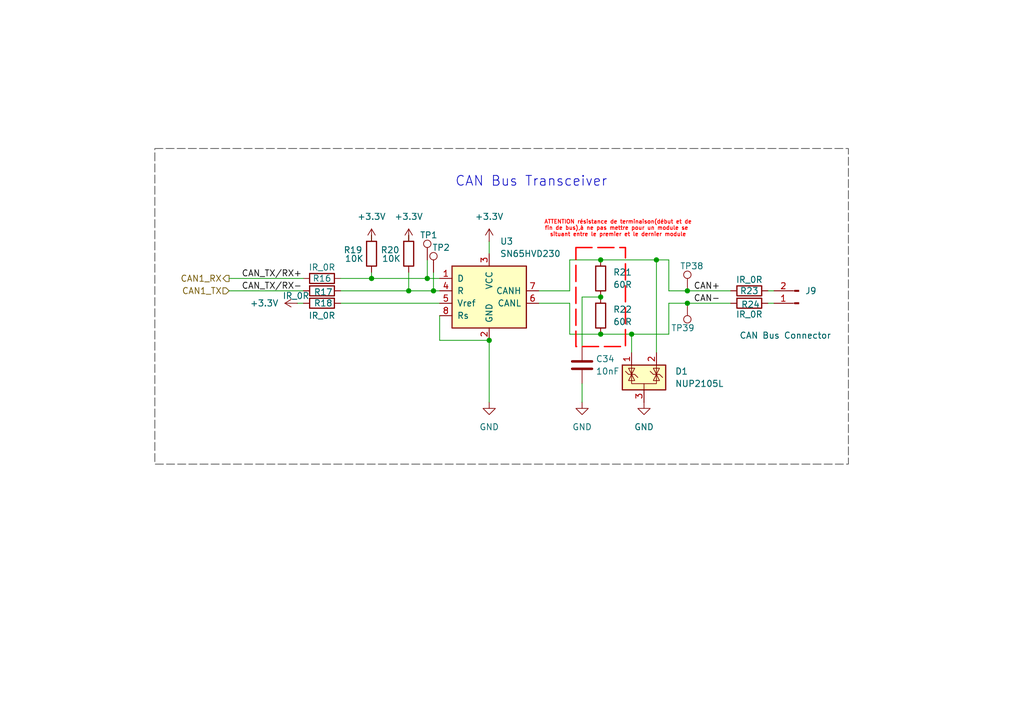
<source format=kicad_sch>
(kicad_sch (version 20231120) (generator "eeschema") (generator_version "8.0")
  (paper "A5")
  (title_block (date "2025-03-14"))
  (lib_symbols
    (symbol "PnP_Mother_Board:+3.3V" (power) (pin_numbers hide) (pin_names (offset 0) hide)
      (property "Value" "+3.3V" (at 0 3.556 0))
      (symbol "+3.3V_0_1"
        (polyline (pts (xy -0.762 1.27) (xy 0 2.54)))
        (polyline (pts (xy 0 0) (xy 0 2.54)))
        (polyline (pts (xy 0 2.54) (xy 0.762 1.27)))
      )
      (symbol "+3.3V_1_1"
        (pin power_in line (at 0 0 90) (length 0) (name "~") (number "1"))
      )
    )
    (symbol "PnP_Mother_Board:C" (pin_numbers hide) (pin_names (offset 0.254))
      (property "Reference" "C" (at 0.635 2.54 0))
      (property "Value" "C" (at 0.635 -2.54 0))
      (symbol "C_0_1"
        (polyline (pts (xy -2.032 -0.762) (xy 2.032 -0.762)) (stroke (width 0.508)))
        (polyline (pts (xy -2.032 0.762) (xy 2.032 0.762)) (stroke (width 0.508)))
      )
      (symbol "C_1_1"
        (pin passive line (at 0 3.81 270) (length 2.794) (name "~") (number "1"))
        (pin passive line (at 0 -3.81 90) (length 2.794) (name "~") (number "2"))
      )
    )
    (symbol "PnP_Mother_Board:Conn_01x02_Pin" (pin_names (offset 1.016) hide)
      (property "Reference" "J" (at 0 2.54 0))
      (property "Value" "Conn_01x02_Pin" (at 0 -5.08 0))
      (symbol "Conn_01x02_Pin_1_1"
        (polyline (pts (xy 1.27 -2.54) (xy 0.8636 -2.54)) (stroke (width 0.1524)))
        (polyline (pts (xy 1.27 0) (xy 0.8636 0)) (stroke (width 0.1524)))
        (rectangle (start 0.8636 -2.413) (end 0 -2.667) (stroke (width 0.1524)) (fill (type outline)))
        (rectangle (start 0.8636 0.127) (end 0 -0.127) (stroke (width 0.1524)) (fill (type outline)))
        (pin passive line (at 5.08 0 180) (length 3.81) (name "Pin_1") (number "1"))
        (pin passive line (at 5.08 -2.54 180) (length 3.81) (name "Pin_2") (number "2"))
      )
    )
    (symbol "PnP_Mother_Board:GND" (power) (pin_numbers hide) (pin_names (offset 0) hide)
      (property "Value" "GND" (at 0 -3.81 0))
      (symbol "GND_0_1"
        (polyline (pts (xy 0 0) (xy 0 -1.27) (xy 1.27 -1.27) (xy 0 -2.54) (xy -1.27 -1.27) (xy 0 -1.27)))
      )
      (symbol "GND_1_1"
        (pin power_in line (at 0 0 270) (length 0) (name "~") (number "1"))
      )
    )
    (symbol "PnP_Mother_Board:NUP2105L" (pin_names hide)
      (property "Reference" "D" (at 5.715 2.54 0))
      (property "Value" "NUP2105L" (at 5.715 0.635 0))
      (symbol "NUP2105L_0_0"
        (pin passive line (at 0 -5.08 90) (length 2.54) (name "A") (number "3"))
      )
      (symbol "NUP2105L_0_1"
        (rectangle (start -4.445 2.54) (end 4.445 -2.54) (stroke (width 0.254)) (fill (type background)))
        (polyline (pts (xy -2.54 2.54) (xy -2.54 0.635)))
        (polyline (pts (xy 0 -1.27) (xy 0 -2.54)))
        (polyline (pts (xy 2.54 2.54) (xy 2.54 0.635)))
        (polyline (pts (xy -3.81 1.27) (xy -3.175 0.635) (xy -1.905 0.635) (xy -1.27 0)))
        (polyline (pts (xy -2.54 0.635) (xy -2.54 -1.27) (xy 2.54 -1.27) (xy 2.54 0.635)))
        (polyline (pts (xy -2.54 0.635) (xy -1.905 -0.635) (xy -3.175 -0.635) (xy -2.54 0.635)))
        (polyline (pts (xy 2.54 0.635) (xy 1.905 -0.635) (xy 3.175 -0.635) (xy 2.54 0.635)))
        (polyline (pts (xy 2.54 0.635) (xy 3.175 1.905) (xy 1.905 1.905) (xy 2.54 0.635)))
        (polyline (pts (xy -2.54 0.635) (xy -3.175 1.905) (xy -1.905 1.905) (xy -2.54 0.635) (xy -2.54 1.27)))
        (polyline (pts (xy 1.27 1.27) (xy 1.905 0.635) (xy 2.54 0.635) (xy 3.175 0.635) (xy 3.81 0)))
      )
      (symbol "NUP2105L_1_1"
        (pin passive line (at -2.54 5.08 270) (length 2.54) (name "K") (number "1"))
        (pin passive line (at 2.54 5.08 270) (length 2.54) (name "K") (number "2"))
      )
    )
    (symbol "PnP_Mother_Board:R" (pin_numbers hide) (pin_names (offset 0))
      (property "Reference" "R" (at 2.032 0 90))
      (property "Value" "R" (at 0 0 90))
      (symbol "R_0_1"
        (rectangle (start -1.016 -2.54) (end 1.016 2.54) (stroke (width 0.254)))
      )
      (symbol "R_1_1"
        (pin passive line (at 0 3.81 270) (length 1.27) (name "~") (number "1"))
        (pin passive line (at 0 -3.81 90) (length 1.27) (name "~") (number "2"))
      )
    )
    (symbol "PnP_Mother_Board:SN65HVD230" (pin_names (offset 1.016))
      (property "Reference" "U" (at -2.54 10.16 0))
      (property "Value" "SN65HVD230" (at -2.54 7.62 0))
      (symbol "SN65HVD230_0_1"
        (rectangle (start -7.62 5.08) (end 7.62 -7.62) (stroke (width 0.254)) (fill (type background)))
      )
      (symbol "SN65HVD230_1_1"
        (pin input line (at -10.16 2.54 0) (length 2.54) (name "D") (number "1"))
        (pin power_in line (at 0 -10.16 90) (length 2.54) (name "GND") (number "2"))
        (pin power_in line (at 0 7.62 270) (length 2.54) (name "VCC") (number "3"))
        (pin output line (at -10.16 0 0) (length 2.54) (name "R") (number "4"))
        (pin output line (at -10.16 -2.54 0) (length 2.54) (name "Vref") (number "5"))
        (pin bidirectional line (at 10.16 -2.54 180) (length 2.54) (name "CANL") (number "6"))
        (pin bidirectional line (at 10.16 0 180) (length 2.54) (name "CANH") (number "7"))
        (pin input line (at -10.16 -5.08 0) (length 2.54) (name "Rs") (number "8"))
      )
    )
    (symbol "PnP_Mother_Board:TestPoint" (pin_numbers hide) (pin_names (offset 0.762) hide)
      (property "Reference" "TP" (at 0 6.858 0))
      (property "Value" "TestPoint" (at 0 5.08 0))
      (symbol "TestPoint_0_1"
        (circle (center 0 3.302) (radius 0.762))
      )
      (symbol "TestPoint_1_1"
        (pin passive line (at 0 0 90) (length 2.54) (name "1") (number "1"))
      )
    )
  )
  (junction (at 140.97 59.69))
  (junction (at 87.63 57.15))
  (junction (at 123.19 68.58))
  (junction (at 129.54 68.58))
  (junction (at 83.82 59.69))
  (junction (at 123.19 53.34))
  (junction (at 140.97 62.23))
  (junction (at 88.9 59.69))
  (junction (at 100.33 69.85))
  (junction (at 123.19 60.96))
  (junction (at 134.62 53.34))
  (junction (at 76.2 57.15))
  (wire (pts (xy 90.17 64.77) (xy 90.17 69.85)))
  (wire (pts (xy 134.62 53.34) (xy 134.62 72.39)))
  (wire (pts (xy 129.54 68.58) (xy 123.19 68.58)))
  (wire (pts (xy 69.85 57.15) (xy 76.2 57.15)))
  (wire (pts (xy 137.16 59.69) (xy 137.16 53.34)))
  (wire (pts (xy 83.82 48.26) (xy 83.82 49.53)))
  (wire (pts (xy 87.63 53.34) (xy 87.63 57.15)))
  (wire (pts (xy 116.84 53.34) (xy 123.19 53.34)))
  (wire (pts (xy 100.33 49.53) (xy 100.33 52.07)))
  (wire (pts (xy 157.48 59.69) (xy 158.75 59.69)))
  (wire (pts (xy 69.85 59.69) (xy 83.82 59.69)))
  (wire (pts (xy 83.82 59.69) (xy 88.9 59.69)))
  (wire (pts (xy 90.17 69.85) (xy 100.33 69.85)))
  (wire (pts (xy 88.9 59.69) (xy 90.17 59.69)))
  (wire (pts (xy 137.16 59.69) (xy 140.97 59.69)))
  (wire (pts (xy 137.16 62.23) (xy 140.97 62.23)))
  (wire (pts (xy 129.54 68.58) (xy 137.16 68.58)))
  (wire (pts (xy 116.84 68.58) (xy 123.19 68.58)))
  (wire (pts (xy 83.82 55.88) (xy 83.82 59.69)))
  (wire (pts (xy 123.19 53.34) (xy 134.62 53.34)))
  (wire (pts (xy 119.38 82.55) (xy 119.38 78.74)))
  (wire (pts (xy 129.54 68.58) (xy 129.54 72.39)))
  (wire (pts (xy 110.49 62.23) (xy 116.84 62.23)))
  (wire (pts (xy 69.85 62.23) (xy 90.17 62.23)))
  (wire (pts (xy 76.2 57.15) (xy 87.63 57.15)))
  (wire (pts (xy 100.33 82.55) (xy 100.33 69.85)))
  (wire (pts (xy 137.16 62.23) (xy 137.16 68.58)))
  (wire (pts (xy 157.48 62.23) (xy 158.75 62.23)))
  (wire (pts (xy 46.99 59.69) (xy 62.23 59.69)))
  (wire (pts (xy 76.2 48.26) (xy 76.2 49.53)))
  (wire (pts (xy 116.84 59.69) (xy 116.84 53.34)))
  (wire (pts (xy 140.97 59.69) (xy 149.86 59.69)))
  (wire (pts (xy 140.97 62.23) (xy 149.86 62.23)))
  (wire (pts (xy 87.63 57.15) (xy 90.17 57.15)))
  (wire (pts (xy 134.62 53.34) (xy 137.16 53.34)))
  (wire (pts (xy 119.38 71.12) (xy 119.38 60.96)))
  (wire (pts (xy 46.99 57.15) (xy 62.23 57.15)))
  (wire (pts (xy 60.96 62.23) (xy 62.23 62.23)))
  (wire (pts (xy 119.38 60.96) (xy 123.19 60.96)))
  (wire (pts (xy 88.9 55.88) (xy 88.9 59.69)))
  (wire (pts (xy 76.2 55.88) (xy 76.2 57.15)))
  (wire (pts (xy 116.84 62.23) (xy 116.84 68.58)))
  (wire (pts (xy 110.49 59.69) (xy 116.84 59.69)))
  (rectangle (start 118.11 50.8) (end 128.27 71.12) (stroke (width 0.3) (type dash) (color 255 0 0 1)))
  (rectangle (start 31.75 30.48) (end 173.99 95.25) (stroke (width 0) (type dash) (color 72 72 72 1)))
  (text "ATTENTION résistance de terminaison(début et de\nfin de bus),à ne pas mettre pour un module se \nsituant entre le premier et le dernier module" (at 126.746 46.99 0) (effects (font (size 0.8 0.8))))
  (text "CAN Bus Transceiver" (at 108.966 37.338 0) (effects (font (size 2 2))))
  (label "CAN_TX{slash}RX+" (at 49.53 57.15 0))
  (label "CAN+" (at 142.24 59.69 0))
  (label "CAN-" (at 142.24 62.23 0))
  (label "CAN_TX{slash}RX-" (at 49.53 59.69 0))
  (hierarchical_label "CAN1_RX" (shape output) (at 46.99 57.15 180))
  (hierarchical_label "CAN1_TX" (shape input) (at 46.99 59.69 180))
  (symbol (lib_id "PnP_Mother_Board:GND") (at 119.38 82.55 0) (unit 1)
    (property "Reference" "#PWR049" (effects (hide yes)))
    (property "Value" "GND" (at 119.38 87.63 0))
    (property "Description" "Power symbol creates a global label with name \"GND\" , ground" (effects (hide yes)))
  )
  (symbol (lib_id "PnP_Mother_Board:+3.3V") (at 60.96 62.23 90) (unit 1)
    (property "Reference" "#PWR044" (effects (hide yes)))
    (property "Value" "+3.3V" (at 57.15 62.2299 90) (effects (justify left)))
    (property "Description" "Power symbol creates a global label with name \"+3.3V\"" (effects (hide yes)))
  )
  (symbol (lib_id "PnP_Mother_Board:R") (at 66.04 62.23 90) (unit 1)
    (property "Reference" "R18" (at 66.294 62.23 90))
    (property "Value" "IR_0R" (at 66.04 64.77 90))
    (property "Footprint" "Resistor_SMD:R_0805_2012Metric_Pad1.20x1.40mm_HandSolder" (effects (hide yes)))
    (property "Description" "Resistor" (effects (hide yes)))
  )
  (symbol (lib_id "PnP_Mother_Board:GND") (at 132.08 82.55 0) (unit 1)
    (property "Reference" "#PWR050" (effects (hide yes)))
    (property "Value" "GND" (at 132.08 87.63 0))
    (property "Description" "Power symbol creates a global label with name \"GND\" , ground" (effects (hide yes)))
  )
  (symbol (lib_id "PnP_Mother_Board:SN65HVD230") (at 100.33 59.69 0) (unit 1)
    (property "Reference" "U3" (at 102.5241 49.53 0) (effects (justify left)))
    (property "Value" "SN65HVD230" (at 102.5241 52.07 0) (effects (justify left)))
    (property "Footprint" "Package_SO:SOIC-8_3.9x4.9mm_P1.27mm" (effects (hide yes)))
    (property "Datasheet" "http://www.ti.com/lit/ds/symlink/sn65hvd230.pdf" (effects (hide yes)))
    (property "Description" "CAN Bus Transceivers, 3.3V, 1Mbps, Low-Power capabilities, SOIC-8" (effects (hide yes)))
  )
  (symbol (lib_id "PnP_Mother_Board:R") (at 66.04 59.69 90) (unit 1)
    (property "Reference" "R17" (at 66.294 59.944 90))
    (property "Value" "IR_0R" (at 60.706 60.706 90))
    (property "Footprint" "Resistor_SMD:R_0805_2012Metric_Pad1.20x1.40mm_HandSolder" (effects (hide yes)))
    (property "Description" "Resistor" (effects (hide yes)))
  )
  (symbol (lib_id "PnP_Mother_Board:R") (at 83.82 52.07 180) (unit 1)
    (property "Reference" "R20" (at 80.01 51.308 0))
    (property "Value" "10K" (at 80.264 53.086 0))
    (property "Footprint" "Resistor_SMD:R_0805_2012Metric_Pad1.20x1.40mm_HandSolder" (effects (hide yes)))
    (property "Description" "Resistor" (effects (hide yes)))
  )
  (symbol (lib_id "PnP_Mother_Board:+3.3V") (at 76.2 49.53 0) (unit 1)
    (property "Reference" "#PWR045" (effects (hide yes)))
    (property "Value" "+3.3V" (at 76.2 44.45 0))
    (property "Description" "Power symbol creates a global label with name \"+3.3V\"" (effects (hide yes)))
  )
  (symbol (lib_id "PnP_Mother_Board:NUP2105L") (at 132.08 77.47 0) (unit 1)
    (property "Reference" "D1" (at 138.43 76.1999 0) (effects (justify left)))
    (property "Value" "NUP2105L" (at 138.43 78.7399 0) (effects (justify left)))
    (property "Footprint" "Package_TO_SOT_SMD:SOT-23" (effects (hide yes)))
    (property "Datasheet" "https://www.onsemi.com/pub_link/Collateral/NUP2105L-D.PDF" (effects (hide yes)))
    (property "Description" "Dual Line CAN Bus Protector, 24Vrwm" (effects (hide yes)))
  )
  (symbol (lib_id "PnP_Mother_Board:TestPoint") (at 140.97 59.69 0) (unit 1)
    (property "Reference" "TP38" (at 139.446 54.61 0) (effects (justify left)))
    (property "Value" "TestPoint" (effects (hide yes)))
    (property "Footprint" "PnP_Mother_Board:TestPoint_KEYSTONE_5029" (effects (hide yes)))
    (property "Description" "test point" (effects (hide yes)))
  )
  (symbol (lib_id "PnP_Mother_Board:R") (at 76.2 52.07 180) (unit 1)
    (property "Reference" "R19" (at 72.39 51.308 0))
    (property "Value" "10K" (at 72.644 53.086 0))
    (property "Footprint" "Resistor_SMD:R_0805_2012Metric_Pad1.20x1.40mm_HandSolder" (effects (hide yes)))
    (property "Description" "Resistor" (effects (hide yes)))
  )
  (symbol (lib_id "PnP_Mother_Board:TestPoint") (at 88.9 55.88 0) (unit 1)
    (property "Reference" "TP2" (at 88.646 50.8 0) (effects (justify left)))
    (property "Value" "TestPoint" (effects (hide yes)))
    (property "Footprint" "TestPoint:TestPoint_Pad_D2.0mm" (effects (hide yes)))
    (property "Description" "test point" (effects (hide yes)))
  )
  (symbol (lib_id "PnP_Mother_Board:TestPoint") (at 87.63 53.34 0) (unit 1)
    (property "Reference" "TP1" (at 86.106 48.26 0) (effects (justify left)))
    (property "Value" "TestPoint" (effects (hide yes)))
    (property "Footprint" "TestPoint:TestPoint_Pad_D2.0mm" (effects (hide yes)))
    (property "Description" "test point" (effects (hide yes)))
  )
  (symbol (lib_id "PnP_Mother_Board:GND") (at 100.33 82.55 0) (unit 1)
    (property "Reference" "#PWR048" (effects (hide yes)))
    (property "Value" "GND" (at 100.33 87.63 0))
    (property "Description" "Power symbol creates a global label with name \"GND\" , ground" (effects (hide yes)))
  )
  (symbol (lib_id "PnP_Mother_Board:R") (at 153.67 62.23 90) (unit 1)
    (property "Reference" "R24" (at 153.924 62.484 90))
    (property "Value" "IR_0R" (at 153.67 64.516 90))
    (property "Footprint" "Resistor_SMD:R_0805_2012Metric_Pad1.20x1.40mm_HandSolder" (effects (hide yes)))
    (property "Description" "Resistor" (effects (hide yes)))
  )
  (symbol (lib_id "PnP_Mother_Board:C") (at 119.38 74.93 0) (unit 1)
    (property "Reference" "C34" (at 122.174 73.66 0) (effects (justify left)))
    (property "Value" "10nF" (at 122.174 76.2 0) (effects (justify left)))
    (property "Footprint" "Capacitor_SMD:C_0805_2012Metric_Pad1.18x1.45mm_HandSolder" (effects (hide yes)))
    (property "Description" "Unpolarized capacitor" (effects (hide yes)))
  )
  (symbol (lib_id "PnP_Mother_Board:Conn_01x02_Pin") (at 163.83 62.23 180) (unit 1)
    (property "Reference" "J9" (at 165.1 59.6899 0) (effects (justify right)))
    (property "Value" "CAN Bus Connector" (at 151.638 68.834 0) (effects (justify right)))
    (property "Description" "Generic connector, single row, 01x02, script generated" (effects (hide yes)))
  )
  (symbol (lib_id "PnP_Mother_Board:R") (at 153.67 59.69 90) (unit 1)
    (property "Reference" "R23" (at 153.67 59.69 90))
    (property "Value" "IR_0R" (at 153.67 57.404 90))
    (property "Footprint" "Resistor_SMD:R_0805_2012Metric_Pad1.20x1.40mm_HandSolder" (effects (hide yes)))
    (property "Description" "Resistor" (effects (hide yes)))
  )
  (symbol (lib_id "PnP_Mother_Board:+3.3V") (at 100.33 49.53 0) (unit 1)
    (property "Reference" "#PWR047" (effects (hide yes)))
    (property "Value" "+3.3V" (at 100.33 44.45 0))
    (property "Description" "Power symbol creates a global label with name \"+3.3V\"" (effects (hide yes)))
  )
  (symbol (lib_id "PnP_Mother_Board:R") (at 66.04 57.15 90) (unit 1)
    (property "Reference" "R16" (at 66.04 57.15 90))
    (property "Value" "IR_0R" (at 66.04 54.864 90))
    (property "Footprint" "Resistor_SMD:R_0805_2012Metric_Pad1.20x1.40mm_HandSolder" (effects (hide yes)))
    (property "Description" "Resistor" (effects (hide yes)))
  )
  (symbol (lib_id "PnP_Mother_Board:+3.3V") (at 83.82 49.53 0) (unit 1)
    (property "Reference" "#PWR046" (effects (hide yes)))
    (property "Value" "+3.3V" (at 83.82 44.45 0))
    (property "Description" "Power symbol creates a global label with name \"+3.3V\"" (effects (hide yes)))
  )
  (symbol (lib_id "PnP_Mother_Board:TestPoint") (at 140.97 62.23 180) (unit 1)
    (property "Reference" "TP39" (at 142.494 67.31 0) (effects (justify left)))
    (property "Value" "TestPoint" (effects (hide yes)))
    (property "Footprint" "PnP_Mother_Board:TestPoint_KEYSTONE_5029" (effects (hide yes)))
    (property "Description" "test point" (effects (hide yes)))
  )
  (symbol (lib_id "PnP_Mother_Board:R") (at 123.19 64.77 0) (unit 1)
    (property "Reference" "R22" (at 125.73 63.4999 0) (effects (justify left)))
    (property "Value" "60R" (at 125.73 66.0399 0) (effects (justify left)))
    (property "Footprint" "Resistor_SMD:R_0805_2012Metric_Pad1.20x1.40mm_HandSolder" (effects (hide yes)))
    (property "Description" "Resistor" (effects (hide yes)))
  )
  (symbol (lib_id "PnP_Mother_Board:R") (at 123.19 57.15 0) (unit 1)
    (property "Reference" "R21" (at 125.73 55.8799 0) (effects (justify left)))
    (property "Value" "60R" (at 125.73 58.4199 0) (effects (justify left)))
    (property "Footprint" "Resistor_SMD:R_0805_2012Metric_Pad1.20x1.40mm_HandSolder" (effects (hide yes)))
    (property "Description" "Resistor" (effects (hide yes)))
  )
)
</source>
